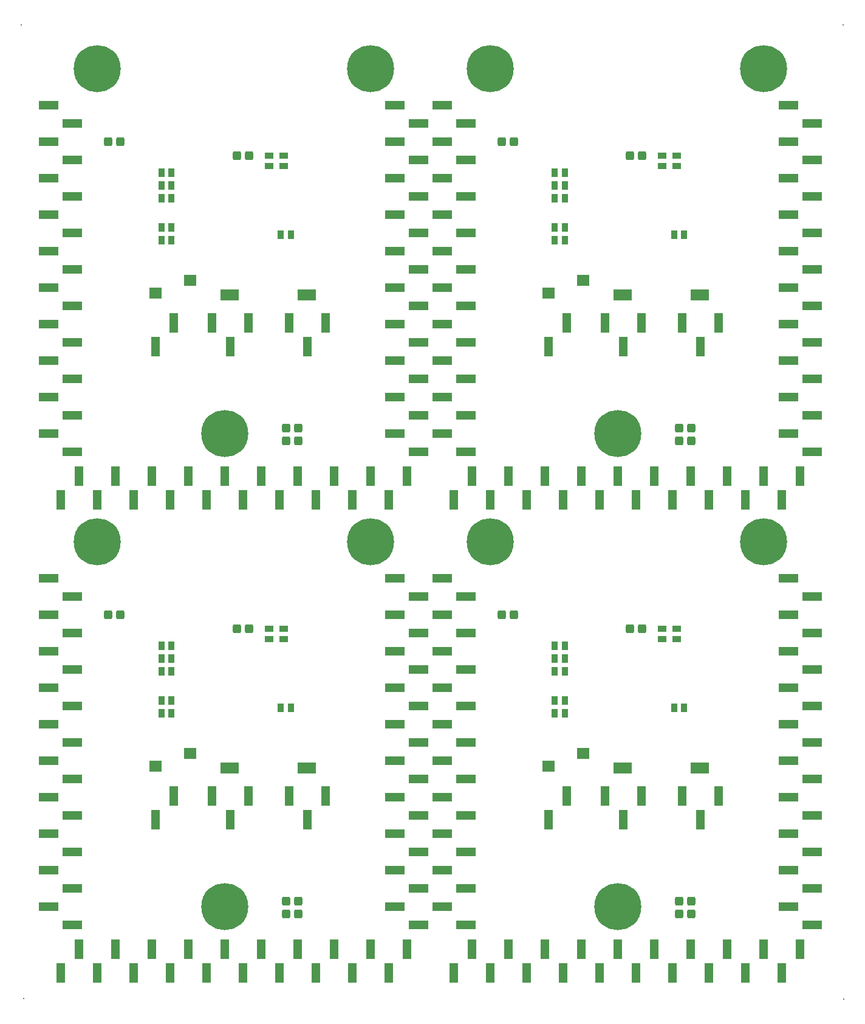
<source format=gbs>
G04*
G04 #@! TF.GenerationSoftware,Altium Limited,Altium Designer,20.2.6 (244)*
G04*
G04 Layer_Color=16711935*
%FSLAX25Y25*%
%MOIN*%
G70*
G04*
G04 #@! TF.SameCoordinates,F81447C0-1865-472D-A3CA-BC0DD41CEC34*
G04*
G04*
G04 #@! TF.FilePolarity,Negative*
G04*
G01*
G75*
%ADD33C,0.00800*%
%ADD34C,0.25800*%
%ADD35R,0.07087X0.06299*%
%ADD36R,0.10236X0.06299*%
%ADD37R,0.10642X0.04737*%
%ADD38R,0.04737X0.10642*%
%ADD39R,0.04540X0.03753*%
G04:AMPARAMS|DCode=40|XSize=47.37mil|YSize=43.43mil|CornerRadius=8.43mil|HoleSize=0mil|Usage=FLASHONLY|Rotation=270.000|XOffset=0mil|YOffset=0mil|HoleType=Round|Shape=RoundedRectangle|*
%AMROUNDEDRECTD40*
21,1,0.04737,0.02657,0,0,270.0*
21,1,0.03051,0.04343,0,0,270.0*
1,1,0.01686,-0.01329,-0.01526*
1,1,0.01686,-0.01329,0.01526*
1,1,0.01686,0.01329,0.01526*
1,1,0.01686,0.01329,-0.01526*
%
%ADD40ROUNDEDRECTD40*%
%ADD41R,0.03753X0.04540*%
%ADD42R,0.03300X0.05800*%
D33*
X441800Y525600D02*
D03*
X-9100D02*
D03*
X-7874Y-7874D02*
D03*
X442100Y-8200D02*
D03*
D34*
X102500Y42500D02*
D03*
X32500Y242500D02*
D03*
X182500D02*
D03*
X318287Y42500D02*
D03*
X248287Y242500D02*
D03*
X398287D02*
D03*
X102500Y301787D02*
D03*
X32500Y501787D02*
D03*
X182500D02*
D03*
X318287Y301787D02*
D03*
X248287Y501787D02*
D03*
X398287D02*
D03*
D35*
X83500Y126500D02*
D03*
X64500Y119500D02*
D03*
X299287Y126500D02*
D03*
X280287Y119500D02*
D03*
X83500Y385787D02*
D03*
X64500Y378787D02*
D03*
X299287Y385787D02*
D03*
X280287Y378787D02*
D03*
D36*
X105047Y118500D02*
D03*
X147547D02*
D03*
X320834D02*
D03*
X363334D02*
D03*
X105047Y377787D02*
D03*
X147547D02*
D03*
X320834D02*
D03*
X363334D02*
D03*
D37*
X208996Y32500D02*
D03*
Y52500D02*
D03*
Y72500D02*
D03*
Y112500D02*
D03*
Y132500D02*
D03*
Y172500D02*
D03*
Y192500D02*
D03*
Y212500D02*
D03*
Y92500D02*
D03*
Y152500D02*
D03*
X6004Y42500D02*
D03*
Y82500D02*
D03*
Y122500D02*
D03*
Y162500D02*
D03*
Y202500D02*
D03*
X196004Y42500D02*
D03*
Y82500D02*
D03*
Y122500D02*
D03*
Y162500D02*
D03*
Y202500D02*
D03*
X6004Y62500D02*
D03*
Y102500D02*
D03*
Y142500D02*
D03*
Y182500D02*
D03*
Y222500D02*
D03*
X196004Y62500D02*
D03*
Y102500D02*
D03*
Y142500D02*
D03*
Y182500D02*
D03*
Y222500D02*
D03*
X18996Y52500D02*
D03*
Y32500D02*
D03*
Y72500D02*
D03*
Y112500D02*
D03*
Y132500D02*
D03*
Y172500D02*
D03*
Y212500D02*
D03*
Y192500D02*
D03*
Y92500D02*
D03*
Y152500D02*
D03*
X424784Y32500D02*
D03*
Y52500D02*
D03*
Y72500D02*
D03*
Y112500D02*
D03*
Y132500D02*
D03*
Y172500D02*
D03*
Y192500D02*
D03*
Y212500D02*
D03*
Y92500D02*
D03*
Y152500D02*
D03*
X221791Y42500D02*
D03*
Y82500D02*
D03*
Y122500D02*
D03*
Y162500D02*
D03*
Y202500D02*
D03*
X411791Y42500D02*
D03*
Y82500D02*
D03*
Y122500D02*
D03*
Y162500D02*
D03*
Y202500D02*
D03*
X221791Y62500D02*
D03*
Y102500D02*
D03*
Y142500D02*
D03*
Y182500D02*
D03*
Y222500D02*
D03*
X411791Y62500D02*
D03*
Y102500D02*
D03*
Y142500D02*
D03*
Y182500D02*
D03*
Y222500D02*
D03*
X234784Y52500D02*
D03*
Y32500D02*
D03*
Y72500D02*
D03*
Y112500D02*
D03*
Y132500D02*
D03*
Y172500D02*
D03*
Y212500D02*
D03*
Y192500D02*
D03*
Y92500D02*
D03*
Y152500D02*
D03*
X208996Y291787D02*
D03*
Y311787D02*
D03*
Y331787D02*
D03*
Y371787D02*
D03*
Y391787D02*
D03*
Y431787D02*
D03*
Y451787D02*
D03*
Y471787D02*
D03*
Y351787D02*
D03*
Y411787D02*
D03*
X6004Y301787D02*
D03*
Y341787D02*
D03*
Y381787D02*
D03*
Y421787D02*
D03*
Y461787D02*
D03*
X196004Y301787D02*
D03*
Y341787D02*
D03*
Y381787D02*
D03*
Y421787D02*
D03*
Y461787D02*
D03*
X6004Y321787D02*
D03*
Y361787D02*
D03*
Y401787D02*
D03*
Y441787D02*
D03*
Y481787D02*
D03*
X196004Y321787D02*
D03*
Y361787D02*
D03*
Y401787D02*
D03*
Y441787D02*
D03*
Y481787D02*
D03*
X18996Y311787D02*
D03*
Y291787D02*
D03*
Y331787D02*
D03*
Y371787D02*
D03*
Y391787D02*
D03*
Y431787D02*
D03*
Y471787D02*
D03*
Y451787D02*
D03*
Y351787D02*
D03*
Y411787D02*
D03*
X424784Y291787D02*
D03*
Y311787D02*
D03*
Y331787D02*
D03*
Y371787D02*
D03*
Y391787D02*
D03*
Y431787D02*
D03*
Y451787D02*
D03*
Y471787D02*
D03*
Y351787D02*
D03*
Y411787D02*
D03*
X221791Y301787D02*
D03*
Y341787D02*
D03*
Y381787D02*
D03*
Y421787D02*
D03*
Y461787D02*
D03*
X411791Y301787D02*
D03*
Y341787D02*
D03*
Y381787D02*
D03*
Y421787D02*
D03*
Y461787D02*
D03*
X221791Y321787D02*
D03*
Y361787D02*
D03*
Y401787D02*
D03*
Y441787D02*
D03*
Y481787D02*
D03*
X411791Y321787D02*
D03*
Y361787D02*
D03*
Y401787D02*
D03*
Y441787D02*
D03*
Y481787D02*
D03*
X234784Y311787D02*
D03*
Y291787D02*
D03*
Y331787D02*
D03*
Y371787D02*
D03*
Y391787D02*
D03*
Y431787D02*
D03*
Y471787D02*
D03*
Y451787D02*
D03*
Y351787D02*
D03*
Y411787D02*
D03*
D38*
X32500Y6004D02*
D03*
X72500D02*
D03*
X112500D02*
D03*
X152500D02*
D03*
X192500D02*
D03*
X12500D02*
D03*
X22500Y18996D02*
D03*
X52500Y6004D02*
D03*
X62500Y18996D02*
D03*
X82500D02*
D03*
X92500Y6004D02*
D03*
X122500Y18996D02*
D03*
X132500Y6004D02*
D03*
X142500Y18996D02*
D03*
X162500D02*
D03*
X172500Y6004D02*
D03*
X182500Y18996D02*
D03*
X42500D02*
D03*
X102500D02*
D03*
X202500D02*
D03*
X74500Y102996D02*
D03*
X64500Y90004D02*
D03*
X115500Y102996D02*
D03*
X95500D02*
D03*
X105500Y90004D02*
D03*
X157800Y102996D02*
D03*
X137800D02*
D03*
X147800Y90004D02*
D03*
X248287Y6004D02*
D03*
X288287D02*
D03*
X328287D02*
D03*
X368287D02*
D03*
X408287D02*
D03*
X228287D02*
D03*
X238287Y18996D02*
D03*
X268287Y6004D02*
D03*
X278287Y18996D02*
D03*
X298287D02*
D03*
X308287Y6004D02*
D03*
X338287Y18996D02*
D03*
X348287Y6004D02*
D03*
X358287Y18996D02*
D03*
X378287D02*
D03*
X388287Y6004D02*
D03*
X398287Y18996D02*
D03*
X258287D02*
D03*
X318287D02*
D03*
X418287D02*
D03*
X290287Y102996D02*
D03*
X280287Y90004D02*
D03*
X331287Y102996D02*
D03*
X311287D02*
D03*
X321287Y90004D02*
D03*
X373587Y102996D02*
D03*
X353587D02*
D03*
X363587Y90004D02*
D03*
X32500Y265291D02*
D03*
X72500D02*
D03*
X112500D02*
D03*
X152500D02*
D03*
X192500D02*
D03*
X12500D02*
D03*
X22500Y278284D02*
D03*
X52500Y265291D02*
D03*
X62500Y278284D02*
D03*
X82500D02*
D03*
X92500Y265291D02*
D03*
X122500Y278284D02*
D03*
X132500Y265291D02*
D03*
X142500Y278284D02*
D03*
X162500D02*
D03*
X172500Y265291D02*
D03*
X182500Y278284D02*
D03*
X42500D02*
D03*
X102500D02*
D03*
X202500D02*
D03*
X74500Y362283D02*
D03*
X64500Y349291D02*
D03*
X115500Y362283D02*
D03*
X95500D02*
D03*
X105500Y349291D02*
D03*
X157800Y362283D02*
D03*
X137800D02*
D03*
X147800Y349291D02*
D03*
X248287Y265291D02*
D03*
X288287D02*
D03*
X328287D02*
D03*
X368287D02*
D03*
X408287D02*
D03*
X228287D02*
D03*
X238287Y278284D02*
D03*
X268287Y265291D02*
D03*
X278287Y278284D02*
D03*
X298287D02*
D03*
X308287Y265291D02*
D03*
X338287Y278284D02*
D03*
X348287Y265291D02*
D03*
X358287Y278284D02*
D03*
X378287D02*
D03*
X388287Y265291D02*
D03*
X398287Y278284D02*
D03*
X258287D02*
D03*
X318287D02*
D03*
X418287D02*
D03*
X290287Y362283D02*
D03*
X280287Y349291D02*
D03*
X331287Y362283D02*
D03*
X311287D02*
D03*
X321287Y349291D02*
D03*
X373587Y362283D02*
D03*
X353587D02*
D03*
X363587Y349291D02*
D03*
D39*
X134800Y194656D02*
D03*
Y189144D02*
D03*
X126800Y194656D02*
D03*
Y189144D02*
D03*
X350587Y194656D02*
D03*
Y189144D02*
D03*
X342587Y194656D02*
D03*
Y189144D02*
D03*
X134800Y453943D02*
D03*
Y448431D02*
D03*
X126800Y453943D02*
D03*
Y448431D02*
D03*
X350587Y453943D02*
D03*
Y448431D02*
D03*
X342587Y453943D02*
D03*
Y448431D02*
D03*
D40*
X115746Y194600D02*
D03*
X109054D02*
D03*
X45347Y202500D02*
D03*
X38654D02*
D03*
X136154Y38500D02*
D03*
X142847D02*
D03*
X136154Y45500D02*
D03*
X142847D02*
D03*
X331534Y194600D02*
D03*
X324841D02*
D03*
X261134Y202500D02*
D03*
X254441D02*
D03*
X351941Y38500D02*
D03*
X358634D02*
D03*
X351941Y45500D02*
D03*
X358634D02*
D03*
X115746Y453887D02*
D03*
X109054D02*
D03*
X45347Y461787D02*
D03*
X38654D02*
D03*
X136154Y297787D02*
D03*
X142847D02*
D03*
X136154Y304787D02*
D03*
X142847D02*
D03*
X331534Y453887D02*
D03*
X324841D02*
D03*
X261134Y461787D02*
D03*
X254441D02*
D03*
X351941Y297787D02*
D03*
X358634D02*
D03*
X351941Y304787D02*
D03*
X358634D02*
D03*
D41*
X133244Y151500D02*
D03*
X138756D02*
D03*
X73256Y171500D02*
D03*
X67744D02*
D03*
X73256Y178500D02*
D03*
X67744D02*
D03*
X73256Y185500D02*
D03*
X67744D02*
D03*
X73256Y148500D02*
D03*
X67744D02*
D03*
X73256Y155500D02*
D03*
X67744D02*
D03*
X349031Y151500D02*
D03*
X354543D02*
D03*
X289043Y171500D02*
D03*
X283531D02*
D03*
X289043Y178500D02*
D03*
X283531D02*
D03*
X289043Y185500D02*
D03*
X283531D02*
D03*
X289043Y148500D02*
D03*
X283531D02*
D03*
X289043Y155500D02*
D03*
X283531D02*
D03*
X133244Y410787D02*
D03*
X138756D02*
D03*
X73256Y430787D02*
D03*
X67744D02*
D03*
X73256Y437787D02*
D03*
X67744D02*
D03*
X73256Y444787D02*
D03*
X67744D02*
D03*
X73256Y407787D02*
D03*
X67744D02*
D03*
X73256Y414787D02*
D03*
X67744D02*
D03*
X349031Y410787D02*
D03*
X354543D02*
D03*
X289043Y430787D02*
D03*
X283531D02*
D03*
X289043Y437787D02*
D03*
X283531D02*
D03*
X289043Y444787D02*
D03*
X283531D02*
D03*
X289043Y407787D02*
D03*
X283531D02*
D03*
X289043Y414787D02*
D03*
X283531D02*
D03*
D42*
X85122Y126500D02*
D03*
X81878D02*
D03*
X66122Y119500D02*
D03*
X62878D02*
D03*
X101755Y118500D02*
D03*
X105000D02*
D03*
X108243D02*
D03*
X144255D02*
D03*
X147500D02*
D03*
X150743D02*
D03*
X300909Y126500D02*
D03*
X297666D02*
D03*
X281909Y119500D02*
D03*
X278666D02*
D03*
X317543Y118500D02*
D03*
X320787D02*
D03*
X324031D02*
D03*
X360043D02*
D03*
X363287D02*
D03*
X366531D02*
D03*
X85122Y385787D02*
D03*
X81878D02*
D03*
X66122Y378787D02*
D03*
X62878D02*
D03*
X101755Y377787D02*
D03*
X105000D02*
D03*
X108243D02*
D03*
X144255D02*
D03*
X147500D02*
D03*
X150743D02*
D03*
X300909Y385787D02*
D03*
X297666D02*
D03*
X281909Y378787D02*
D03*
X278666D02*
D03*
X317543Y377787D02*
D03*
X320787D02*
D03*
X324031D02*
D03*
X360043D02*
D03*
X363287D02*
D03*
X366531D02*
D03*
M02*

</source>
